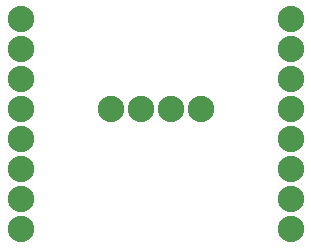
<source format=gbs>
G04 MADE WITH FRITZING*
G04 WWW.FRITZING.ORG*
G04 DOUBLE SIDED*
G04 HOLES PLATED*
G04 CONTOUR ON CENTER OF CONTOUR VECTOR*
%ASAXBY*%
%FSLAX23Y23*%
%MOIN*%
%OFA0B0*%
%SFA1.0B1.0*%
%ADD10C,0.088000*%
%LNMASK0*%
G90*
G70*
G54D10*
X68Y773D03*
X68Y673D03*
X68Y573D03*
X68Y473D03*
X68Y373D03*
X68Y273D03*
X68Y173D03*
X68Y73D03*
X968Y773D03*
X968Y673D03*
X968Y573D03*
X968Y473D03*
X968Y373D03*
X968Y273D03*
X968Y173D03*
X968Y73D03*
X368Y473D03*
X468Y473D03*
X568Y473D03*
X668Y473D03*
G04 End of Mask0*
M02*
</source>
